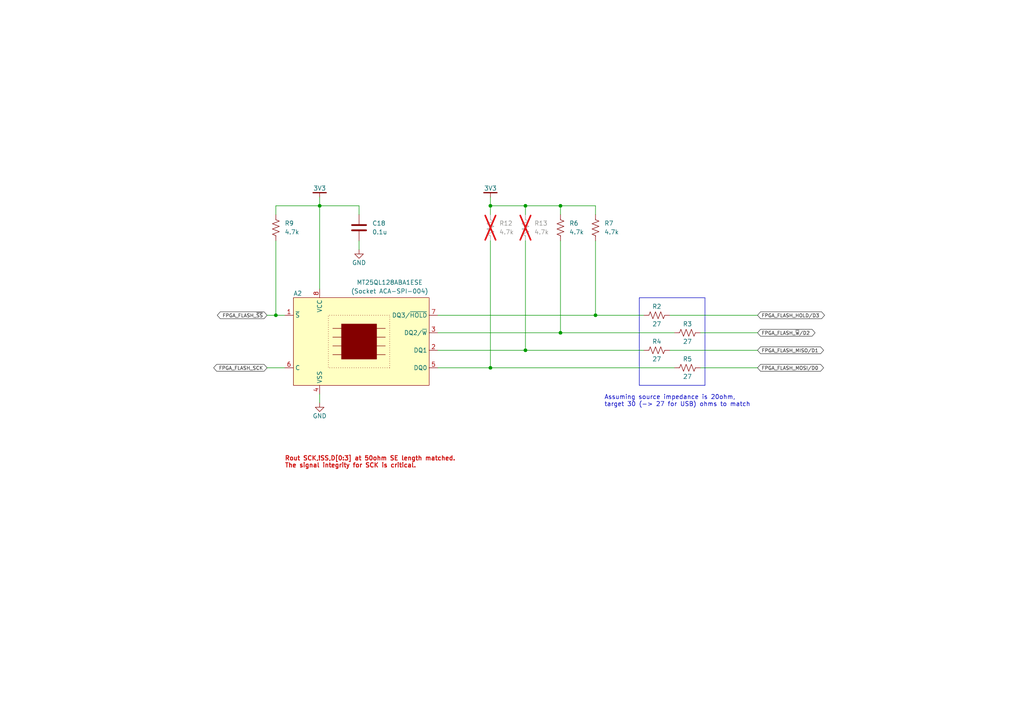
<source format=kicad_sch>
(kicad_sch (version 20230121) (generator eeschema)
  (paper "A4")
  (title_block (title "FPGA Socketed NOR FLASH") (date "2023-12-26") (rev "A") (company "Jordan Harris-Toovy") (comment 1 "Mainboard for Capstone Project at Oregon Tech"))
  (lib_symbols
    (symbol "Capstone_Library:3V3" (power) (pin_numbers hide) (pin_names (offset 0) hide) (in_bom no) (on_board no)
      (property "Value" "3V3" (at 0 1.27 0))
      (symbol "3V3_0_1"
        (polyline (pts (xy 0 0) (xy 0 -1.27)))
      )
      (symbol "3V3_1_1"
        (polyline (pts (xy -1.905 0) (xy 1.905 0)) (stroke (width 0.35)))
        (pin power_in line (at 0 -1.27 90) (length 1.27) hide (name "3V3") (number "1"))
      )
    )
    (symbol "Capstone_Library:MT25QL128ABA1ESE_Socket_ACA-SPI-004"
      (property "Reference" "A" (at -17.78 19.05 0))
      (property "Value" "MT25QL128ABA1ESE" (at 8.89 22.225 0))
      (symbol "MT25QL128ABA1ESE_Socket_ACA-SPI-004_1_1"
        (rectangle (start -19.05 17.78) (end 20.32 -7.62) (fill (type background)))
        (rectangle (start -5.08 10.16) (end 5.08 0) (fill (type outline)))
        (polyline (pts (xy -7.62 1.27) (xy -5.08 1.27)))
        (polyline (pts (xy -7.62 3.81) (xy -5.08 3.81)))
        (polyline (pts (xy -7.62 6.35) (xy -5.08 6.35)))
        (polyline (pts (xy -7.62 8.89) (xy -5.08 8.89)))
        (polyline (pts (xy 5.08 1.27) (xy 7.62 1.27)))
        (polyline (pts (xy 5.08 3.81) (xy 7.62 3.81)))
        (polyline (pts (xy 5.08 6.35) (xy 7.62 6.35)))
        (polyline (pts (xy 5.08 8.89) (xy 7.62 8.89)))
        (polyline (pts (xy 8.89 -2.54) (xy 8.89 12.7) (xy -8.89 12.7) (xy -8.89 -2.54) (xy 8.89 -2.54)) (stroke (width 0) (type dot)))
        (text "(Socket ACA-SPI-004)" (at 8.89 19.685 0) (effects (font (size 1.27 1.27))))
        (pin input line (at -21.59 12.7 0) (length 2.54) (name "~{S}") (number "1"))
        (pin bidirectional line (at 22.86 2.54 180) (length 2.54) (name "DQ1") (number "2"))
        (pin bidirectional line (at 22.86 7.62 180) (length 2.54) (name "DQ2/~{W}") (number "3"))
        (pin power_in line (at -11.43 -10.16 90) (length 2.54) (name "VSS") (number "4"))
        (pin bidirectional line (at 22.86 -2.54 180) (length 2.54) (name "DQ0") (number "5"))
        (pin input line (at -21.59 -2.54 0) (length 2.54) (name "C") (number "6"))
        (pin bidirectional line (at 22.86 12.7 180) (length 2.54) (name "DQ3/~{HOLD}") (number "7"))
        (pin power_in line (at -11.43 20.32 270) (length 2.54) (name "VCC") (number "8"))
      )
    )
    (symbol "Device:C" (pin_numbers hide) (pin_names (offset 0.254))
      (property "Reference" "C" (at 0.635 2.54 0))
      (property "Value" "C" (at 0.635 -2.54 0))
      (symbol "C_0_1"
        (polyline (pts (xy -2.032 -0.762) (xy 2.032 -0.762)) (stroke (width 0.508)))
        (polyline (pts (xy -2.032 0.762) (xy 2.032 0.762)) (stroke (width 0.508)))
      )
      (symbol "C_1_1"
        (pin passive line (at 0 3.81 270) (length 2.794) (name "~") (number "1"))
        (pin passive line (at 0 -3.81 90) (length 2.794) (name "~") (number "2"))
      )
    )
    (symbol "Device:R_US" (pin_numbers hide) (pin_names (offset 0))
      (property "Reference" "R" (at 2.54 0 90))
      (property "Value" "R_US" (at -2.54 0 90))
      (symbol "R_US_0_1"
        (polyline (pts (xy 0 -2.286) (xy 0 -2.54)))
        (polyline (pts (xy 0 2.286) (xy 0 2.54)))
        (polyline (pts (xy 0 -0.762) (xy 1.016 -1.143) (xy 0 -1.524) (xy -1.016 -1.905) (xy 0 -2.286)))
        (polyline (pts (xy 0 0.762) (xy 1.016 0.381) (xy 0 0) (xy -1.016 -0.381) (xy 0 -0.762)))
        (polyline (pts (xy 0 2.286) (xy 1.016 1.905) (xy 0 1.524) (xy -1.016 1.143) (xy 0 0.762)))
      )
      (symbol "R_US_1_1"
        (pin passive line (at 0 3.81 270) (length 1.27) (name "~") (number "1"))
        (pin passive line (at 0 -3.81 90) (length 1.27) (name "~") (number "2"))
      )
    )
    (symbol "power:GND" (power) (pin_names (offset 0))
      (property "Value" "GND" (at 0 -3.81 0))
      (symbol "GND_0_1"
        (polyline (pts (xy 0 0) (xy 0 -1.27) (xy 1.27 -1.27) (xy 0 -2.54) (xy -1.27 -1.27) (xy 0 -1.27)))
      )
      (symbol "GND_1_1"
        (pin power_in line (at 0 0 270) (length 0) hide (name "GND") (number "1"))
      )
    )
  )
  (junction (at 80.01 91.44))
  (junction (at 152.4 59.69))
  (junction (at 162.56 59.69))
  (junction (at 142.24 106.68))
  (junction (at 92.71 59.69))
  (junction (at 162.56 96.52))
  (junction (at 172.72 91.44))
  (junction (at 152.4 101.6))
  (junction (at 142.24 59.69))
  (wire (pts (xy 80.01 69.85) (xy 80.01 91.44)))
  (wire (pts (xy 162.56 62.23) (xy 162.56 59.69)))
  (polyline (pts (xy 204.47 86.36) (xy 204.47 111.76)))
  (wire (pts (xy 127 91.44) (xy 172.72 91.44)))
  (polyline (pts (xy 185.42 111.76) (xy 185.42 86.36)))
  (wire (pts (xy 77.47 91.44) (xy 80.01 91.44)))
  (wire (pts (xy 80.01 62.23) (xy 80.01 59.69)))
  (wire (pts (xy 152.4 69.85) (xy 152.4 101.6)))
  (wire (pts (xy 142.24 106.68) (xy 195.58 106.68)))
  (wire (pts (xy 127 101.6) (xy 152.4 101.6)))
  (wire (pts (xy 104.14 59.69) (xy 104.14 62.23)))
  (wire (pts (xy 142.24 62.23) (xy 142.24 59.69)))
  (wire (pts (xy 104.14 72.39) (xy 104.14 69.85)))
  (wire (pts (xy 80.01 91.44) (xy 82.55 91.44)))
  (wire (pts (xy 142.24 69.85) (xy 142.24 106.68)))
  (wire (pts (xy 172.72 59.69) (xy 172.72 62.23)))
  (wire (pts (xy 219.71 101.6) (xy 194.31 101.6)))
  (wire (pts (xy 92.71 59.69) (xy 92.71 83.82)))
  (wire (pts (xy 162.56 69.85) (xy 162.56 96.52)))
  (wire (pts (xy 92.71 114.3) (xy 92.71 116.84)))
  (polyline (pts (xy 185.42 111.76) (xy 204.47 111.76)))
  (wire (pts (xy 162.56 59.69) (xy 172.72 59.69)))
  (wire (pts (xy 195.58 96.52) (xy 162.56 96.52)))
  (wire (pts (xy 186.69 91.44) (xy 172.72 91.44)))
  (wire (pts (xy 142.24 57.15) (xy 142.24 59.69)))
  (wire (pts (xy 152.4 59.69) (xy 162.56 59.69)))
  (wire (pts (xy 219.71 91.44) (xy 194.31 91.44)))
  (wire (pts (xy 219.71 106.68) (xy 203.2 106.68)))
  (wire (pts (xy 172.72 69.85) (xy 172.72 91.44)))
  (wire (pts (xy 92.71 59.69) (xy 104.14 59.69)))
  (wire (pts (xy 127 96.52) (xy 162.56 96.52)))
  (wire (pts (xy 219.71 96.52) (xy 203.2 96.52)))
  (wire (pts (xy 152.4 62.23) (xy 152.4 59.69)))
  (wire (pts (xy 127 106.68) (xy 142.24 106.68)))
  (wire (pts (xy 142.24 59.69) (xy 152.4 59.69)))
  (wire (pts (xy 152.4 101.6) (xy 186.69 101.6)))
  (wire (pts (xy 77.47 106.68) (xy 82.55 106.68)))
  (wire (pts (xy 80.01 59.69) (xy 92.71 59.69)))
  (wire (pts (xy 92.71 57.15) (xy 92.71 59.69)))
  (polyline (pts (xy 185.42 86.36) (xy 204.47 86.36)))
  (text "Rout SCK,!SS,D[0:3] at 50ohm SE length matched.\nThe signal integrity for SCK is critical." (at 82.55 135.89 0) (effects (font (size 1.27 1.27) (thickness 0.254) bold) (justify left bottom)))
  (text "Assuming source impedance is 20ohm,\ntarget 30 (-> 27 for USB) ohms to match" (at 175.26 118.11 0) (effects (font (size 1.27 1.27)) (justify left bottom)))
  (global_label "FPGA_FLASH_HOLD{slash}D3" (shape bidirectional) (at 219.71 91.44 0) (effects (font (size 1 1))) (property "Intersheetrefs" "${INTERSHEET_REFS}" (effects hide)))
  (global_label "FPGA_FLASH_SCK" (shape bidirectional) (at 77.47 106.68 180) (effects (font (size 1 1))) (property "Intersheetrefs" "${INTERSHEET_REFS}" (effects hide)))
  (global_label "FPGA_FLASH_MISO{slash}D1" (shape bidirectional) (at 219.71 101.6 0) (effects (font (size 1 1))) (property "Intersheetrefs" "${INTERSHEET_REFS}" (effects hide)))
  (global_label "FPGA_FLASH_MOSI{slash}D0" (shape bidirectional) (at 219.71 106.68 0) (effects (font (size 1 1))) (property "Intersheetrefs" "${INTERSHEET_REFS}" (effects hide)))
  (global_label "FPGA_FLASH_~{W}{slash}D2" (shape bidirectional) (at 219.71 96.52 0) (effects (font (size 1 1))) (property "Intersheetrefs" "${INTERSHEET_REFS}" (effects hide)))
  (global_label "FPGA_FLASH_~{SS}" (shape bidirectional) (at 77.47 91.44 180) (effects (font (size 1 1))) (property "Intersheetrefs" "${INTERSHEET_REFS}" (effects hide)))
  (symbol (lib_id "Device:R_US") (at 152.4 66.04 0) (unit 1) (dnp yes)
    (property "Reference" "R13" (at 154.94 64.77 0) (effects (justify left)))
    (property "Value" "4.7k" (at 154.94 67.31 0) (effects (justify left)))
    (property "Footprint" "Resistor_SMD:R_0402_1005Metric" (effects hide))
    (property "Datasheet" "https://www.mouser.com/datasheet/2/447/YAGEO_PYu_RC_Group_51_RoHS_L_12-3313492.pdf" (effects hide))
    (property "Part Number" "RC0402FR-074K7L" (effects hide))
  )
  (symbol (lib_id "power:GND") (at 104.14 72.39 0) (unit 1)
    (property "Reference" "#PWR01" (effects hide))
    (property "Value" "GND" (at 104.14 76.2 0))
    (instances (project "Capstone_Project_Mainboard" (path "" (reference "#PWR01") (unit 1)) (path "" (reference "#PWR074") (unit 1))))
  )
  (symbol (lib_id "Capstone_Library:3V3") (at 92.71 55.88 0) (unit 1) (in_bom no) (on_board no)
    (property "Reference" "#PWR03" (effects hide))
    (property "Value" "3V3" (at 92.71 54.61 0))
    (instances (project "Capstone_Project_Mainboard" (path "" (reference "#PWR03") (unit 1)) (path "" (reference "#PWR075") (unit 1))))
  )
  (symbol (lib_id "Device:R_US") (at 162.56 66.04 0) (unit 1)
    (property "Reference" "R6" (at 165.1 64.77 0) (effects (justify left)))
    (property "Value" "4.7k" (at 165.1 67.31 0) (effects (justify left)))
    (property "Footprint" "Resistor_SMD:R_0402_1005Metric" (effects hide))
    (property "Datasheet" "https://www.mouser.com/datasheet/2/447/YAGEO_PYu_RC_Group_51_RoHS_L_12-3313492.pdf" (effects hide))
    (property "Part Number" "RC0402FR-074K7L" (effects hide))
  )
  (symbol (lib_id "Device:R_US") (at 172.72 66.04 0) (unit 1)
    (property "Reference" "R7" (at 175.26 64.77 0) (effects (justify left)))
    (property "Value" "4.7k" (at 175.26 67.31 0) (effects (justify left)))
    (property "Footprint" "Resistor_SMD:R_0402_1005Metric" (effects hide))
    (property "Datasheet" "https://www.mouser.com/datasheet/2/447/YAGEO_PYu_RC_Group_51_RoHS_L_12-3313492.pdf" (effects hide))
    (property "Part Number" "RC0402FR-074K7L" (effects hide))
  )
  (symbol (lib_id "Device:R_US") (at 190.5 101.6 90) (unit 1)
    (property "Reference" "R4" (at 190.5 99.06 90))
    (property "Value" "27" (at 190.5 104.14 90))
    (property "Footprint" "Resistor_SMD:R_0402_1005Metric" (effects hide))
    (property "Datasheet" "https://www.mouser.com/datasheet/2/447/PYu_RC_Group_51_RoHS_L_11-1984063.pdf" (effects hide))
    (property "Part Number" "RC0402FR-7W27RL" (effects hide))
  )
  (symbol (lib_id "Device:R_US") (at 142.24 66.04 0) (unit 1) (dnp yes)
    (property "Reference" "R12" (at 144.78 64.77 0) (effects (justify left)))
    (property "Value" "4.7k" (at 144.78 67.31 0) (effects (justify left)))
    (property "Footprint" "Resistor_SMD:R_0402_1005Metric" (effects hide))
    (property "Datasheet" "https://www.mouser.com/datasheet/2/447/YAGEO_PYu_RC_Group_51_RoHS_L_12-3313492.pdf" (effects hide))
    (property "Part Number" "RC0402FR-074K7L" (effects hide))
  )
  (symbol (lib_id "Capstone_Library:MT25QL128ABA1ESE_Socket_ACA-SPI-004") (at 104.14 104.14 0) (unit 1)
    (property "Reference" "A2" (at 86.36 85.09 0))
    (property "Value" "MT25QL128ABA1ESE" (at 113.03 81.915 0))
    (property "Footprint" "Capstone_Library:ACA-SPI-004-K01" (effects hide))
    (property "Datasheet" "https://media-www.micron.com/-/media/client/global/documents/products/data-sheet/nor-flash/serial-nor/mt25q/die-rev-a/mt25q_qlhs_l_128_aba_0.pdf" (effects hide))
    (property "Part Number" "MT25QL128ABA1ESE-0SIT" (effects hide))
    (property "Notes" "Also uses one LOTES ACA-SPI-004-K01" (effects hide))
  )
  (symbol (lib_id "Device:R_US") (at 80.01 66.04 0) (unit 1)
    (property "Reference" "R9" (at 82.55 64.77 0) (effects (justify left)))
    (property "Value" "4.7k" (at 82.55 67.31 0) (effects (justify left)))
    (property "Footprint" "Resistor_SMD:R_0402_1005Metric" (effects hide))
    (property "Datasheet" "https://www.mouser.com/datasheet/2/447/YAGEO_PYu_RC_Group_51_RoHS_L_12-3313492.pdf" (effects hide))
    (property "Part Number" "RC0402FR-074K7L" (effects hide))
  )
  (symbol (lib_id "Device:R_US") (at 199.39 106.68 90) (unit 1)
    (property "Reference" "R5" (at 199.39 104.14 90))
    (property "Value" "27" (at 199.39 109.22 90))
    (property "Footprint" "Resistor_SMD:R_0402_1005Metric" (effects hide))
    (property "Datasheet" "https://www.mouser.com/datasheet/2/447/PYu_RC_Group_51_RoHS_L_11-1984063.pdf" (effects hide))
    (property "Part Number" "RC0402FR-7W27RL" (effects hide))
  )
  (symbol (lib_id "Device:C") (at 104.14 66.04 0) (unit 1)
    (property "Reference" "C18" (at 107.95 64.77 0) (effects (justify left)))
    (property "Value" "0.1u" (at 107.95 67.31 0) (effects (justify left)))
    (property "Footprint" "Capacitor_SMD:C_0402_1005Metric" (effects hide))
    (property "Datasheet" "https://www.mouser.com/ProductDetail/Murata-Electronics/GRM155R71E104ME14J?qs=RcG8xmE7yp0ICzrP3TGkoQ%3D%3D" (effects hide))
    (property "Part Number" "GRM155R71E104ME14J" (effects hide))
  )
  (symbol (lib_id "Device:R_US") (at 199.39 96.52 90) (unit 1)
    (property "Reference" "R3" (at 199.39 93.98 90))
    (property "Value" "27" (at 199.39 99.06 90))
    (property "Footprint" "Resistor_SMD:R_0402_1005Metric" (effects hide))
    (property "Datasheet" "https://www.mouser.com/datasheet/2/447/PYu_RC_Group_51_RoHS_L_11-1984063.pdf" (effects hide))
    (property "Part Number" "RC0402FR-7W27RL" (effects hide))
  )
  (symbol (lib_id "Capstone_Library:3V3") (at 142.24 55.88 0) (unit 1) (in_bom no) (on_board no)
    (property "Reference" "#PWR03" (effects hide))
    (property "Value" "3V3" (at 142.24 54.61 0))
    (instances (project "Capstone_Project_Mainboard" (path "" (reference "#PWR03") (unit 1)) (path "" (reference "#PWR077") (unit 1))))
  )
  (symbol (lib_id "Device:R_US") (at 190.5 91.44 90) (unit 1)
    (property "Reference" "R2" (at 190.5 88.9 90))
    (property "Value" "27" (at 190.5 93.98 90))
    (property "Footprint" "Resistor_SMD:R_0402_1005Metric" (effects hide))
    (property "Datasheet" "https://www.mouser.com/datasheet/2/447/PYu_RC_Group_51_RoHS_L_11-1984063.pdf" (effects hide))
    (property "Part Number" "RC0402FR-7W27RL" (effects hide))
  )
  (symbol (lib_id "power:GND") (at 92.71 116.84 0) (unit 1)
    (property "Reference" "#PWR01" (effects hide))
    (property "Value" "GND" (at 92.71 120.65 0))
    (instances (project "Capstone_Project_Mainboard" (path "" (reference "#PWR01") (unit 1)) (path "" (reference "#PWR073") (unit 1))))
  )
)
</source>
